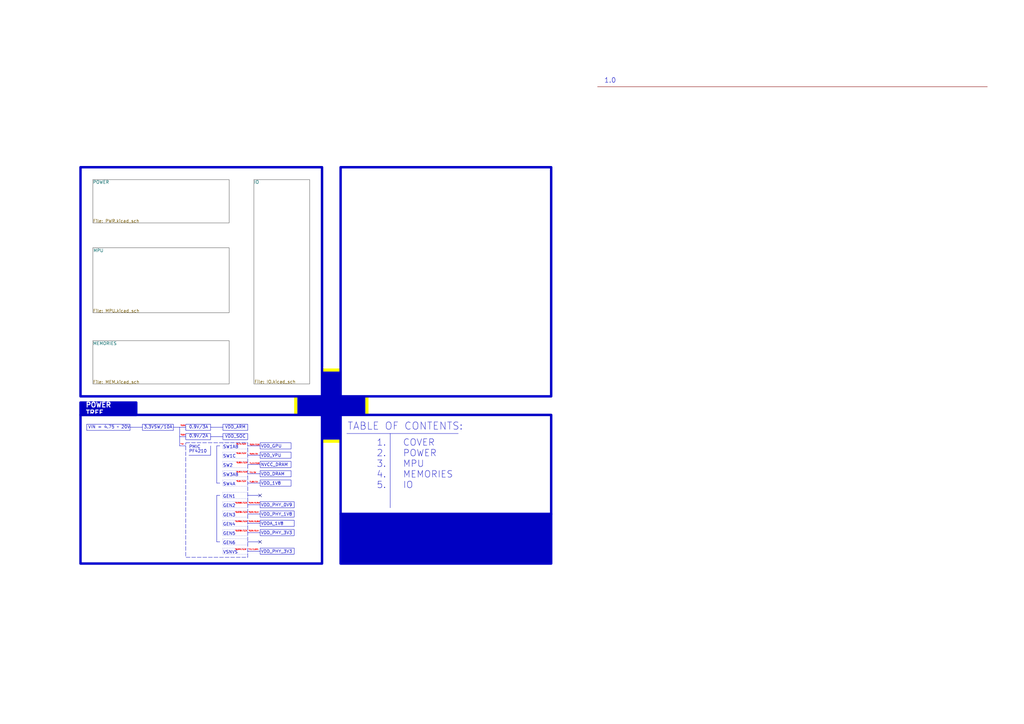
<source format=kicad_sch>
(kicad_sch (version 20230819) (generator eeschema)
  (paper "A3")
  (title_block (title "DQSBC") (date "2023-05-13") (rev "1.00"))
  (lib_symbols)
  (no_connect (at 106.68 222.25))
  (no_connect (at 106.68 203.2))
  (polyline (pts (xy 53.34 175.26) (xy 58.42 175.26)))
  (polyline (pts (xy 77.47 186.69) (xy 86.36 186.69)))
  (polyline (pts (xy 88.9 222.25) (xy 88.9 203.2)))
  (polyline (pts (xy 101.6 194.31) (xy 106.68 194.31)))
  (polyline (pts (xy 86.36 175.26) (xy 91.44 175.26)))
  (polyline (pts (xy 101.6 207.01) (xy 106.68 207.01)))
  (polyline (pts (xy 88.9 198.12) (xy 88.9 182.88)))
  (polyline (pts (xy 101.6 214.63) (xy 106.68 214.63)))
  (polyline (pts (xy 86.36 179.07) (xy 91.44 179.07)))
  (polyline (pts (xy 90.17 222.25) (xy 88.9 222.25)))
  (polyline (pts (xy 101.6 182.88) (xy 106.68 182.88)))
  (polyline (pts (xy 71.12 175.26) (xy 73.66 175.26)))
  (polyline (pts (xy 88.9 182.88) (xy 90.17 182.88)))
  (polyline (pts (xy 101.6 190.5) (xy 106.68 190.5)))
  (polyline (pts (xy 101.6 218.44) (xy 106.68 218.44)))
  (polyline (pts (xy 90.17 198.12) (xy 88.9 198.12)))
  (polyline (pts (xy 73.66 182.88) (xy 76.2 182.88)))
  (polyline (pts (xy 101.6 203.2) (xy 106.68 203.2)))
  (polyline (pts (xy 101.6 226.06) (xy 106.68 226.06)))
  (polyline (pts (xy 73.66 175.26) (xy 73.66 182.88)))
  (polyline (pts (xy 245.0592 35.56) (xy 404.9776 35.56)) (stroke (width 0) (color 132 0 0 1)))
  (polyline (pts (xy 73.66 179.07) (xy 76.2 179.07)))
  (polyline (pts (xy 88.9 203.2) (xy 90.17 203.2)))
  (polyline (pts (xy 101.6 198.12) (xy 106.68 198.12)))
  (polyline (pts (xy 73.66 175.26) (xy 76.2 175.26)))
  (polyline (pts (xy 160.02 177.8) (xy 160.02 208.28)))
  (polyline (pts (xy 101.6 222.25) (xy 106.68 222.25)))
  (polyline (pts (xy 86.36 182.88) (xy 86.36 186.69)))
  (polyline (pts (xy 101.6 186.69) (xy 106.68 186.69)))
  (polyline (pts (xy 101.6 210.82) (xy 106.68 210.82)))
  (polyline (pts (xy 142.24 177.8) (xy 187.96 177.8)))
  (rectangle (start 106.68 205.74) (end 120.65 208.28))
  (rectangle (start 76.2 173.99) (end 86.36 176.53))
  (rectangle (start 121.92 162.56) (end 120.65 170.18) (stroke (width -0.0001)) (fill (type color) (color 255 255 0 1)))
  (rectangle (start 91.44 196.85) (end 101.6 199.39) (stroke (width 0) (type dot)))
  (rectangle (start 106.68 193.04) (end 119.38 195.58))
  (rectangle (start 35.56 173.99) (end 53.34 176.53))
  (rectangle (start 76.2 177.8) (end 86.36 180.34))
  (rectangle (start 91.44 193.04) (end 101.6 195.58) (stroke (width 0) (type dot)))
  (rectangle (start 106.68 209.55) (end 120.65 212.09))
  (rectangle (start 91.44 189.23) (end 101.6 191.77) (stroke (width 0) (type dot)))
  (rectangle (start 106.68 185.42) (end 119.38 187.96))
  (rectangle (start 91.44 217.17) (end 101.6 219.71) (stroke (width 0) (type dot)))
  (rectangle (start 106.68 217.17) (end 120.65 219.71))
  (rectangle (start 106.68 213.36) (end 120.65 215.9))
  (rectangle (start 106.68 196.85) (end 119.38 199.39))
  (rectangle (start 91.44 181.61) (end 101.6 184.15) (stroke (width 0) (type dot)))
  (rectangle (start 106.68 189.23) (end 119.38 191.77))
  (rectangle (start 91.44 224.79) (end 101.6 227.33) (stroke (width 0) (type dot)))
  (rectangle (start 132.08 180.34) (end 139.7 181.61) (stroke (width -0.0001)) (fill (type color) (color 255 255 0 1)))
  (rectangle (start 91.44 185.42) (end 101.6 187.96) (stroke (width 0) (type dot)))
  (rectangle (start 151.13 162.56) (end 149.86 170.18) (stroke (width -0.0001)) (fill (type color) (color 255 255 0 1)))
  (rectangle (start 33.02 68.58) (end 132.08 162.56) (stroke (width 1) (color 0 0 194 1)))
  (rectangle (start 132.08 152.4) (end 139.7 180.34) (stroke (width -0.0001)) (fill (type color) (color 0 0 194 1)))
  (rectangle (start 149.86 162.56) (end 121.92 170.18) (stroke (width -0.0001)) (fill (type color) (color 0 0 194 1)))
  (rectangle (start 91.44 173.99) (end 101.6 176.53))
  (rectangle (start 106.68 224.79) (end 120.65 227.33))
  (rectangle (start 91.44 220.98) (end 101.6 223.52) (stroke (width 0) (type dot)))
  (rectangle (start 91.44 209.55) (end 101.6 212.09) (stroke (width 0) (type dot)))
  (rectangle (start 106.68 181.61) (end 119.38 184.15))
  (rectangle (start 91.44 205.74) (end 101.6 208.28) (stroke (width 0) (type dot)))
  (rectangle (start 76.2 181.61) (end 101.6 228.6) (stroke (width 0) (type dash) (color 0 0 194 1)))
  (rectangle (start 33.02 170.18) (end 132.08 231.14) (stroke (width 1) (color 0 0 194 1)))
  (rectangle (start 91.44 177.8) (end 101.6 180.34))
  (rectangle (start 91.44 201.93) (end 101.6 204.47) (stroke (width 0) (type dot)))
  (rectangle (start 91.44 213.36) (end 101.6 215.9) (stroke (width 0) (type dot)))
  (rectangle (start 58.42 173.99) (end 71.12 176.53))
  (rectangle (start 139.7 68.58) (end 226.06 162.56) (stroke (width 1) (color 0 0 194 1)))
  (rectangle (start 132.08 151.13) (end 139.7 152.4) (stroke (width -0.0001)) (fill (type color) (color 255 255 0 1)))
  (text_box "POWER TREE" (at 33.02 165.1 0) (size 22.86 5.08) (stroke (width 1) (color 0 0 194 1)) (fill (type color) (color 0 0 194 1)) (effects (font (size 2 2) (thickness 0.4) bold) (justify left)))
  (text_box "" (at 139.7 210.82 0) (size 86.36 20.32) (stroke (width 1) (color 0 0 194 1)) (fill (type color) (color 0 0 194 1)) (effects (font (size 3 3)) (justify left top)))
  (text_box "TABLE OF CONTENTS:" (at 139.7 170.18 0) (size 86.36 40.64) (stroke (width 1) (color 0 0 194 1)) (effects (font (size 3 3)) (justify left top)))
  (text_box "	1.	COVER\n	2.	POWER\n	3.	MPU\n	4.	MEMORIES\n	5.	IO\n" (at 142.24 177.8 0) (size 50.8 25.4) (stroke (width -0.0001)) (effects (font (size 2.7 2.7)) (justify left top)))
  (text "SW2" (at 91.44 191.77 0) (effects (font (size 1.27 1.27)) (justify left bottom)))
  (text "*0.096A/3.3V" (at 96.266 214.376 0) (effects (font (size 0.5 0.5)) (justify left bottom)))
  (text "*0.9V/0.25A" (at 101.854 206.756 0) (effects (font (size 0.5 0.5)) (justify left bottom)))
  (text "*1.1V/2.5A" (at 102.235 190.5 0) (effects (font (size 0.5 0.5)) (justify left bottom)))
  (text "*0.6A/3.3V" (at 96.774 186.436 0) (effects (font (size 0.5 0.5)) (justify left bottom)))
  (text "*0.9V/0.35A" (at 101.854 214.376 0) (effects (font (size 0.5 0.5)) (justify left bottom)))
  (text "VDD_VPU" (at 106.934 187.706 0) (effects (font (size 1.27 1.27)) (justify left bottom)))
  (text "SW4A" (at 91.44 199.39 0) (effects (font (size 1.27 1.27)) (justify left bottom)))
  (text "*0.5MA/3.3V" (at 96.266 225.806 0) (effects (font (size 0.5 0.5)) (justify left bottom)))
  (text "VIN = 4.75 ~ 20V" (at 36.068 176.022 0) (effects (font (size 1.27 1.27)) (justify left bottom)))
  (text "GEN2" (at 91.44 208.28 0) (effects (font (size 1.27 1.27)) (justify left bottom)))
  (text "VDD_PHY_0V9" (at 106.934 208.026 0) (effects (font (size 1.27 1.27)) (justify left bottom)))
  (text "*0.9A" (at 73.914 175.006 0) (effects (font (size 0.5 0.5)) (justify left bottom)))
  (text "*0.6A/3.3V" (at 96.774 197.866 0) (effects (font (size 0.5 0.5)) (justify left bottom)))
  (text "VDDA_1V8" (at 106.934 215.646 0) (effects (font (size 1.27 1.27)) (justify left bottom)))
  (text "GEN6" (at 91.44 223.52 0) (effects (font (size 1.27 1.27)) (justify left bottom)))
  (text "GEN4" (at 91.44 215.9 0) (effects (font (size 1.27 1.27)) (justify left bottom)))
  (text "*0.9V/2.5A" (at 102.235 182.88 0) (effects (font (size 0.5 0.5)) (justify left bottom)))
  (text "SW1C" (at 91.44 187.96 0) (effects (font (size 1.27 1.27)) (justify left bottom)))
  (text "VDD_SOC" (at 92.202 179.832 0) (effects (font (size 1.27 1.27)) (justify left bottom)))
  (text "*0.7A/3.3V" (at 96.774 182.626 0) (effects (font (size 0.5 0.5)) (justify left bottom)))
  (text "VDD_ARM" (at 92.202 176.022 0) (effects (font (size 1.27 1.27)) (justify left bottom)))
  (text "*0.91A/3.3V" (at 96.774 194.056 0) (effects (font (size 0.5 0.5)) (justify left bottom)))
  (text "*0.068A/3.3V" (at 96.266 206.756 0) (effects (font (size 0.5 0.5)) (justify left bottom)))
  (text "*1V/1.5MA" (at 101.854 225.806 0) (effects (font (size 0.5 0.5)) (justify left bottom)))
  (text "GEN5" (at 91.44 219.71 0) (effects (font (size 1.27 1.27)) (justify left bottom)))
  (text "VDD_PHY_3V3" (at 106.934 219.456 0) (effects (font (size 1.27 1.27)) (justify left bottom)))
  (text "NVCC_DRAM" (at 106.934 191.516 0) (effects (font (size 1.27 1.27)) (justify left bottom)))
  (text "GEN3" (at 91.44 212.09 0) (effects (font (size 1.27 1.27)) (justify left bottom)))
  (text "*0.028A/3.3V" (at 96.266 210.566 0) (effects (font (size 0.5 0.5)) (justify left bottom)))
  (text "VDD_DRAM" (at 106.934 195.326 0) (effects (font (size 1.27 1.27)) (justify left bottom)))
  (text "*0.9V/0.1A" (at 101.854 218.186 0) (effects (font (size 0.5 0.5)) (justify left bottom)))
  (text "GEN1" (at 91.44 204.47 0) (effects (font (size 1.27 1.27)) (justify left bottom)))
  (text "*0.85A/3.3V" (at 96.774 190.246 0) (effects (font (size 0.5 0.5)) (justify left bottom)))
  (text "PF4210" (at 77.47 185.928 0) (effects (font (size 1.27 1.27)) (justify left bottom)))
  (text "1.0" (at 252.73 34.29 0) (effects (font (size 2 2)) (justify right bottom)))
  (text "0.9V/3A" (at 77.47 176.022 0) (effects (font (size 1.27 1.27)) (justify left bottom)))
  (text "VSNVS" (at 91.44 227.33 0) (effects (font (size 1.27 1.27)) (justify left bottom)))
  (text "*0.9V/2A" (at 102.235 186.69 0) (effects (font (size 0.5 0.5)) (justify left bottom)))
  (text "VDD_GPU" (at 106.934 183.896 0) (effects (font (size 1.27 1.27)) (justify left bottom)))
  (text "*1.8V/1A" (at 102.235 198.12 0) (effects (font (size 0.5 0.5)) (justify left bottom)))
  (text "VDD_PHY_1V8" (at 106.934 211.836 0) (effects (font (size 1.27 1.27)) (justify left bottom)))
  (text "PMIC" (at 77.47 184.15 0) (effects (font (size 1.27 1.27)) (justify left bottom)))
  (text "SW1AB" (at 91.44 184.15 0) (effects (font (size 1.27 1.27)) (justify left bottom)))
  (text "0.9V/2A" (at 77.47 179.705 0) (effects (font (size 1.27 1.27)) (justify left bottom)))
  (text "*4A" (at 73.914 182.626 0) (effects (font (size 0.5 0.5)) (justify left bottom)))
  (text "VDD_1V8" (at 106.934 199.136 0) (effects (font (size 1.27 1.27)) (justify left bottom)))
  (text "*0.028A/3.3V" (at 96.266 218.186 0) (effects (font (size 0.5 0.5)) (justify left bottom)))
  (text "VDD_PHY_3V3" (at 106.934 227.076 0) (effects (font (size 1.27 1.27)) (justify left bottom)))
  (text "*1V/3A" (at 102.235 194.31 0) (effects (font (size 0.5 0.5)) (justify left bottom)))
  (text "3.3VSW/10A" (at 58.928 176.022 0) (effects (font (size 1.27 1.27)) (justify left bottom)))
  (text "*0.6A" (at 73.914 178.816 0) (effects (font (size 0.5 0.5)) (justify left bottom)))
  (text "SW3AB" (at 91.44 195.58 0) (effects (font (size 1.27 1.27)) (justify left bottom)))
  (text "*0.9V/0.1A" (at 101.854 210.566 0) (effects (font (size 0.5 0.5)) (justify left bottom)))
  (sheet (at 38.1 101.6) (size 55.88 26.67) (stroke (width 0.1524) (color 72 72 72 1)) (fill (color 255 255 255 0.5000))
    (property "Sheetname" "MPU" (at 38.227 103.505 0) (effects (justify left bottom)))
    (property "Sheetfile" "MPU.kicad_sch" (at 38.1 126.746 0) (effects (justify left top)))
  )
  (sheet (at 38.1 73.66) (size 55.88 17.78) (stroke (width 0.1524) (color 72 72 72 1)) (fill (color 255 255 255 0.5000))
    (property "Sheetname" "POWER" (at 38.1 75.438 0) (effects (justify left bottom)))
    (property "Sheetfile" "PWR.kicad_sch" (at 38.1 89.916 0) (effects (justify left top)))
  )
  (sheet (at 38.1 139.7) (size 55.88 17.78) (stroke (width 0.1524) (color 72 72 72 1)) (fill (color 255 255 255 0.5000))
    (property "Sheetname" "MEMORIES" (at 38.1 141.605 0) (effects (justify left bottom)))
    (property "Sheetfile" "MEM.kicad_sch" (at 38.1 155.956 0) (effects (justify left top)))
  )
  (sheet (at 104.14 73.66) (size 22.86 83.82) (stroke (width 0.1524) (color 72 72 72 1)) (fill (color 255 255 255 0.5000))
    (property "Sheetname" "IO" (at 104.14 75.438 0) (effects (justify left bottom)))
    (property "Sheetfile" "IO.kicad_sch" (at 104.267 155.829 0) (effects (justify left top)))
  )
)
</source>
